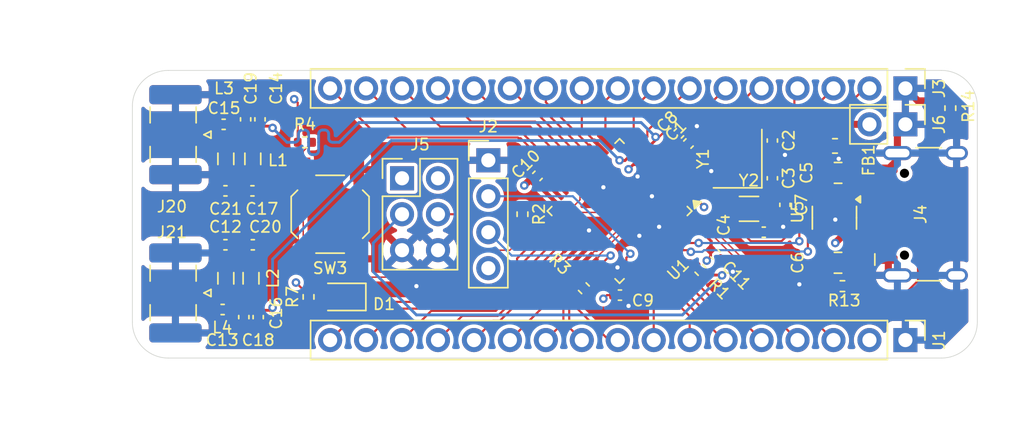
<source format=kicad_pcb>
(kicad_pcb (version 20241229) (generator "pcbnew") (generator_version "9.0")
  (layers (0 "F.Cu" signal) (4 "In1.Cu" signal) (6 "In2.Cu" signal) (2 "B.Cu" signal) (13 "F.Paste" user) (15 "B.Paste" user) (5 "F.SilkS" user "F.Silkscreen") (7 "B.SilkS" user "B.Silkscreen") (1 "F.Mask" user) (3 "B.Mask" user) (25 "Edge.Cuts" user))
  (net 0 "")
  (net 1 "GND")
  (net 2 "Net-(U1-PD1)")
  (net 3 "Net-(U1-PD0)")
  (net 4 "Net-(U1-PC14)")
  (net 5 "+5V")
  (net 6 "+3V3")
  (net 7 "Net-(U1-PC15)")
  (net 8 "/PA1")
  (net 9 "Net-(J21-In)")
  (net 10 "Net-(J20-In)")
  (net 11 "/PA0")
  (net 12 "/PB12")
  (net 13 "Net-(D1-A)")
  (net 14 "/VBUS")
  (net 15 "/PB3")
  (net 16 "/PB15")
  (net 17 "/PA9")
  (net 18 "/PA10")
  (net 19 "/PB7")
  (net 20 "/PB5")
  (net 21 "/PB13")
  (net 22 "/PA8")
  (net 23 "/D-")
  (net 24 "/PB4")
  (net 25 "/PB6")
  (net 26 "/PA15")
  (net 27 "/PB14")
  (net 28 "/D+")
  (net 29 "/PA13")
  (net 30 "/PA14")
  (net 31 "/PA2")
  (net 32 "/PA3")
  (net 33 "/PA4")
  (net 34 "/PA6")
  (net 35 "/PA5")
  (net 36 "/PB1")
  (net 37 "/~{NRST}")
  (net 38 "/PC13")
  (net 39 "/PB11")
  (net 40 "/PA7")
  (net 41 "/PB8")
  (net 42 "/PB10")
  (net 43 "/PB9")
  (net 44 "/PB0")
  (net 46 "Net-(J4-CC1)")
  (net 47 "Net-(J4-CC2)")
  (net 49 "/BOOT1")
  (net 50 "/BOOT0")
  (net 51 "Net-(U1-BOOT0)")
  (net 52 "/PB2")
  (net 54 "Net-(C12-Pad1)")
  (net 55 "Net-(C13-Pad1)")
  (net 56 "Net-(C15-Pad1)")
  (net 57 "Net-(C17-Pad1)")
  (footprint "Resistor_SMD:R_0402_1005Metric" (layer "F.Cu") (at 160.780001 71.12 180)
    (property "Reference" "R4")
    (property "Value" "10k")
  )
  (footprint "Capacitor_SMD:C_0402_1005Metric" (layer "F.Cu") (at 157.099 78.359 180)
    (property "Reference" "C20")
    (property "Value" "22nF")
  )
  (footprint "Capacitor_SMD:C_0402_1005Metric" (layer "F.Cu") (at 194.691 75.537 -90)
    (property "Reference" "C7")
    (property "Value" "18pF")
  )
  (footprint "Capacitor_SMD:C_0402_1005Metric" (layer "F.Cu") (at 193.802 73.66 90)
    (property "Reference" "C3")
    (property "Value" "15pF")
  )
  (footprint "Connector_PinHeader_2.54mm:PinHeader_1x17_P2.54mm_Vertical" (layer "F.Cu") (at 203.199999 67.31 -90)
    (property "Reference" "J3")
    (property "Value" "Conn_01x17_Pin")
  )
  (footprint "Capacitor_SMD:C_0402_1005Metric" (layer "F.Cu") (at 187.198 70.485 45)
    (property "Reference" "C8")
    (property "Value" "100nF")
  )
  (footprint "Capacitor_SMD:C_0402_1005Metric" (layer "F.Cu") (at 177.206589 73.491411 45)
    (property "Reference" "C10")
    (property "Value" "100nF")
  )
  (footprint "Resistor_SMD:R_0402_1005Metric" (layer "F.Cu") (at 206.375 68.705001 90)
    (property "Reference" "R14")
    (property "Value" "5k1")
  )
  (footprint "Connector_Coaxial:SMA_Samtec_SMA-J-P-H-ST-EM1_EdgeMount" (layer "F.Cu") (at 151.384 70.581 180)
    (property "Reference" "J20")
    (property "Value" "I_IN")
  )
  (footprint "Resistor_SMD:R_0402_1005Metric" (layer "F.Cu") (at 176.149 76.198001 -90)
    (property "Reference" "R2")
    (property "Value" "10k")
  )
  (footprint "Connector_PinHeader_2.54mm:PinHeader_1x02_P2.54mm_Vertical" (layer "F.Cu") (at 203.2 69.85 -90)
    (property "Reference" "J6")
    (property "Value" "NC")
  )
  (footprint "Capacitor_SMD:C_0402_1005Metric" (layer "F.Cu") (at 189.779589 79.035589 -45)
    (property "Reference" "C11")
    (property "Value" "100nF")
  )
  (footprint "Inductor_SMD:L_0805_2012Metric" (layer "F.Cu") (at 155.194 80.7255 90)
    (property "Reference" "L4")
    (property "Value" "10uH")
  )
  (footprint "Capacitor_SMD:C_0805_2012Metric" (layer "F.Cu") (at 198.440001 79.629 180)
    (property "Reference" "C6")
    (property "Value" "1uF")
  )
  (footprint "Inductor_SMD:L_0805_2012Metric" (layer "F.Cu") (at 157.099 72.2875 90)
    (property "Reference" "L1")
    (property "Value" "10uH")
  )
  (footprint "Capacitor_SMD:C_0402_1005Metric" (layer "F.Cu") (at 154.968 82.931 180)
    (property "Reference" "C13")
    (property "Value" "100nF")
  )
  (footprint "Crystal:Crystal_SMD_3225-4Pin_3.2x2.5mm" (layer "F.Cu") (at 191.35 72.276 90)
    (property "Reference" "Y1")
    (property "Value" "8MHz")
  )
  (footprint "Resistor_SMD:R_0402_1005Metric" (layer "F.Cu") (at 198.753001 81.28 180)
    (property "Reference" "R13")
    (property "Value" "5k1")
  )
  (footprint "Capacitor_SMD:C_0402_1005Metric" (layer "F.Cu") (at 193.195 77.47)
    (property "Reference" "C4")
    (property "Value" "18pF")
  )
  (footprint "Resistor_SMD:R_0402_1005Metric" (layer "F.Cu") (at 161.036 82.040001 -90)
    (property "Reference" "R7")
    (property "Value" "10k")
  )
  (footprint "Connector_PinHeader_2.54mm:PinHeader_1x17_P2.54mm_Vertical" (layer "F.Cu") (at 203.2 85.09 -90)
    (property "Reference" "J1")
    (property "Value" "Conn_01x17_Pin")
  )
  (footprint "Connector_PinHeader_2.54mm:PinHeader_2x03_P2.54mm_Vertical" (layer "F.Cu") (at 167.64 73.66)
    (property "Reference" "J5")
    (property "Value" "Boot")
  )
  (footprint "Inductor_SMD:L_0805_2012Metric" (layer "F.Cu") (at 155.194 72.2875 -90)
    (property "Reference" "L3")
    (property "Value" "10uH")
  )
  (footprint "Capacitor_SMD:C_0402_1005Metric" (layer "F.Cu") (at 155.166 78.359 180)
    (property "Reference" "C12")
    (property "Value" "22nF")
  )
  (footprint "Package_QFP:LQFP-48_7x7mm_P0.5mm" (layer "F.Cu") (at 183.006998 75.973445 -135)
    (property "Reference" "U1")
    (property "Value" "STM32F103C8Tx" (hide yes))
  )
  (footprint "Connector_USB:USB_C_Receptacle_HCTL_HC-TYPE-C-16P-01A" (layer "F.Cu") (at 205.74 76.2 90)
    (property "Reference" "J4")
    (property "Value" "USB2.0_16P")
  )
  (footprint "Capacitor_SMD:C_0402_1005Metric" (layer "F.Cu") (at 187.874589 71.205411 45)
    (property "Reference" "C1")
    (property "Value" "100nF")
  )
  (footprint "Capacitor_SMD:C_0402_1005Metric" (layer "F.Cu") (at 183.035 81.915)
    (property "Reference" "C9")
    (property "Value" "100nF")
  )
  (footprint "Capacitor_SMD:C_0402_1005Metric" (layer "F.Cu") (at 156.464 83.467 -90)
    (property "Reference" "C18")
    (property "Value" "22nF")
  )
  (footprint "Inductor_SMD:L_0603_1608Metric" (layer "F.Cu") (at 198.226501 71.374 180)
    (property "Reference" "FB1")
    (property "Value" "FerriteBead_Small" (hide yes))
  )
  (footprint "LED_SMD:LED_0805_2012Metric" (layer "F.Cu") (at 163.400499 82.042 180)
    (property "Reference" "D1")
    (property "Value" "GREEN")
  )
  (footprint "Button_Switch_SMD:SW_SPST_TL3342" (layer "F.Cu") (at 162.56 76.2 90)
    (property "Reference" "SW3")
    (property "Value" "BTN")
  )
  (footprint "Capacitor_SMD:C_0402_1005Metric" (layer "F.Cu") (at 156.591 69.497 90)
    (property "Reference" "C19")
    (property "Value" "22nF")
  )
  (footprint "Capacitor_SMD:C_0402_1005Metric" (layer "F.Cu") (at 157.48 83.467 -90)
    (property "Reference" "C16")
    (property "Value" "22nF")
  )
  (footprint "Capacitor_SMD:C_0402_1005Metric" (layer "F.Cu") (at 157.607 69.497 90)
    (property "Reference" "C14")
    (property "Value" "22nF")
  )
  (footprint "Capacitor_SMD:C_0402_1005Metric" (layer "F.Cu") (at 157.071 74.549)
    (property "Reference" "C17")
    (property "Value" "22nF")
  )
  (footprint "Capacitor_SMD:C_0402_1005Metric" (layer "F.Cu") (at 155.166 74.549)
    (property "Reference" "C21")
    (property "Value" "22nF")
  )
  (footprint "Connector_PinHeader_2.54mm:PinHeader_1x04_P2.54mm_Vertical" (layer "F.Cu") (at 173.736 72.39)
    (property "Reference" "J2")
    (property "Value" "NC")
  )
  (footprint "Capacitor_SMD:C_0402_1005Metric" (layer "F.Cu") (at 155.039 69.85 180)
    (property "Reference" "C15")
    (property "Value" "100nF")
  )
  (footprint "Inductor_SMD:L_0805_2012Metric" (layer "F.Cu") (at 156.972 80.7255 -90)
    (property "Reference" "L2")
    (property "Value" "10uH")
  )
  (footprint "Resistor_SMD:R_0402_1005Metric" (layer "F.Cu") (at 180.487376 81.427376 -45)
    (property "Reference" "R3")
    (property "Value" "1k5")
  )
  (footprint "Package_TO_SOT_SMD:SOT-23-5" (layer "F.Cu") (at 198.186001 76.4485 -90)
    (property "Reference" "U5")
    (property "Value" "MIC5504-3.3YM5" (hide yes))
  )
  (footprint "Resistor_SMD:R_0402_1005Metric" (layer "F.Cu") (at 188.722 80.137 135)
    (property "Reference" "R1")
    (property "Value" "10k")
  )
  (footprint "Connector_Coaxial:SMA_Samtec_SMA-J-P-H-ST-EM1_EdgeMount" (layer "F.Cu") (at 151.384 81.760998 180)
    (property "Reference" "J21")
    (property "Value" "Q_IN")
  )
  (footprint "Crystal:Crystal_SMD_3215-2Pin_3.2x1.5mm" (layer "F.Cu") (at 192.151 75.819)
    (property "Reference" "Y2")
    (property "Value" "32768Hz" (hide yes))
  )
  (footprint "Capacitor_SMD:C_0402_1005Metric" (layer "F.Cu") (at 193.802 70.993 -90)
    (property "Reference" "C2")
    (property "Value" "15pF")
  )
  (footprint "Capacitor_SMD:C_0805_2012Metric" (layer "F.Cu") (at 198.445002 73.279)
    (property "Reference" "C5")
    (property "Value" "1uF")
  )
  (gr_line (start 208.28 68.58) (end 208.28 83.82) (stroke (width 0.05)) (layer "Edge.Cuts"))
  (gr_arc (start 208.28 83.82) (mid 207.536051 85.616051) (end 205.74 86.36) (stroke (width 0.05)) (layer "Edge.Cuts"))
  (gr_arc (start 148.59 68.58) (mid 149.333949 66.783949) (end 151.13 66.04) (stroke (width 0.05)) (layer "Edge.Cuts"))
  (gr_line (start 148.59 83.82) (end 148.59 68.58) (stroke (width 0.05)) (layer "Edge.Cuts"))
  (gr_arc (start 151.13 86.36) (mid 149.333949 85.616051) (end 148.59 83.82) (stroke (width 0.05)) (layer "Edge.Cuts"))
  (gr_line (start 151.13 66.04) (end 205.74 66.04) (stroke (width 0.05)) (layer "Edge.Cuts"))
  (gr_arc (start 205.74 66.04) (mid 207.536051 66.783949) (end 208.28 68.58) (stroke (width 0.05)) (layer "Edge.Cuts"))
  (gr_line (start 205.74 86.36) (end 151.13 86.36) (stroke (width 0.05)) (layer "Edge.Cuts"))
  (segment (start 202.635 71.88) (end 202.635 72.36) (width 0.5) (layer "F.Cu") (net 1))
  (segment (start 186.109621 76.780379) (end 185.801 77.089) (width 0.2) (layer "F.Cu") (net 1))
  (segment (start 187.54132 77.325787) (end 186.995912 76.780379) (width 0.2) (layer "F.Cu") (net 1))
  (segment (start 193.802 71.473) (end 194.155 71.473) (width 0.2) (layer "F.Cu") (net 1))
  (segment (start 206.375 68.195002) (end 204.085001 68.195002) (width 0.5) (layer "F.Cu") (net 1))
  (segment (start 184.386783 73.533) (end 184.277 73.533) (width 0.2) (layer "F.Cu") (net 1))
  (segment (start 193.505 71.176) (end 193.802 71.473) (width 0.2) (layer "F.Cu") (net 1))
  (segment (start 188.299411 70.145589) (end 188.468 69.977) (width 0.2) (layer "F.Cu") (net 1))
  (segment (start 199.395002 73.190593) (end 198.489539 72.28513) (width 0.5) (layer "F.Cu") (net 1))
  (segment (start 177.546 73.694427) (end 177.546 73.152) (width 0.15) (layer "F.Cu") (net 1))
  (segment (start 182.175063 79.98736) (end 181.654656 80.507767) (width 0.15) (layer "F.Cu") (net 1))
  (segment (start 182.835 79.957942) (end 182.860379 79.957942) (width 0.2) (layer "F.Cu") (net 1))
  (segment (start 198.186001 75.311) (end 198.186001 76.520001) (width 0.5) (layer "F.Cu") (net 1))
  (segment (start 182.88 80.391) (end 182.88 80.137) (width 0.15) (layer "F.Cu") (net 1))
  (segment (start 182.73036 79.98736) (end 182.175063 79.98736) (width 0.15) (layer "F.Cu") (net 1))
  (segment (start 202.635 70.415) (end 203.2 69.85) (width 0.5) (layer "F.Cu") (net 1))
  (segment (start 182.73036 79.98736) (end 182.805582 79.98736) (width 0.2) (layer "F.Cu") (net 1))
  (segment (start 194.691 76.017) (end 194.691 76.962) (width 0.15) (layer "F.Cu") (net 1))
  (segment (start 185.42 72.499783) (end 184.386783 73.533) (width 0.2) (layer "F.Cu") (net 1))
  (segment (start 198.186001 76.520001) (end 198.247 76.581) (width 0.5) (layer "F.Cu") (net 1))
  (segment (start 178.472676 74.621103) (end 177.546 73.694427) (width 0.15) (layer "F.Cu") (net 1))
  (segment (start 183.515 81.915) (end 183.515 82.55) (width 0.15) (layer "F.Cu") (net 1))
  (segment (start 183.515 81.915) (end 183.515 81.026) (width 0.15) (layer "F.Cu") (net 1))
  (segment (start 187.537411 70.145589) (end 188.299411 70.145589) (width 0.2) (layer "F.Cu") (net 1))
  (segment (start 182.88 80.137) (end 182.73036 79.98736) (width 0.15) (layer "F.Cu") (net 1))
  (segment (start 194.183 77.47) (end 194.564 77.089) (width 0.15) (layer "F.Cu") (net 1))
  (segment (start 194.691 76.962) (end 194.564 77.089) (width 0.15) (layer "F.Cu") (net 1))
  (segment (start 193.675 77.47) (end 194.183 77.47) (width 0.15) (layer "F.Cu") (net 1))
  (segment (start 189.708 73.376) (end 189.484 73.152) (width 0.15) (layer "F.Cu") (net 1))
  (segment (start 183.515 82.55) (end 183.642 82.677) (width 0.15) (layer "F.Cu") (net 1))
  (segment (start 190.119 79.375) (end 191.008 80.264) (width 0.15) (layer "F.Cu") (net 1))
  (segment (start 202.635 71.88) (end 202.635 70.415) (width 0.5) (layer "F.Cu") (net 1))
  (segment (start 194.155 71.473) (end 194.691 72.009) (width 0.2) (layer "F.Cu") (net 1))
  (segment (start 199.395002 73.279) (end 199.395002 73.190593) (width 0.5) (layer "F.Cu") (net 1))
  (segment (start 186.995912 76.780379) (end 186.109621 76.780379) (width 0.2) (layer "F.Cu") (net 1))
  (segment (start 190.5 73.376) (end 189.708 73.376) (width 0.15) (layer "F.Cu") (net 1))
  (segment (start 182.805582 79.98736) (end 182.835 79.957942) (width 0.2) (layer "F.Cu") (net 1))
  (segment (start 204.085001 68.195002) (end 203.199999 67.31) (width 0.5) (layer "F.Cu") (net 1))
  (segment (start 183.515 81.026) (end 182.88 80.391) (width 0.15) (layer "F.Cu") (net 1))
  (segment (start 192.2 71.176) (end 193.505 71.176) (width 0.2) (layer "F.Cu") (net 1))
  (segment (start 202.635 72.36) (end 201.995 73) (width 0.5) (layer "F.Cu") (net 1))
  (via (at 168.656 81.28) (size 0.6) (drill 0.3) (layers "F.Cu" "B.Cu") (net 1))
  (via (at 194.564 77.089) (size 0.6) (drill 0.3) (layers "F.Cu" "B.Cu") (net 1))
  (via (at 181.864 74.295) (size 0.6) (drill 0.3) (layers "F.Cu" "B.Cu") (net 1))
  (via (at 195.707 81.153) (size 0.6) (drill 0.3) (layers "F.Cu" "B.Cu") (net 1))
  (via (at 188.468 69.977) (size 0.6) (drill 0.3) (layers "F.Cu" "B.Cu") (net 1))
  (via (at 198.247 76.581) (size 0.6) (drill 0.3) (layers "F.Cu" "B.Cu") (net 1))
  (via (at 191.008 80.264) (size 0.6) (drill 0.3) (layers "F.Cu" "B.Cu") (net 1))
  (via (at 183.642 82.677) (size 0.6) (drill 0.3) (layers "F.Cu" "B.Cu") (net 1))
  (via (at 189.484 73.152) (size 0.6) (drill 0.3) (layers "F.Cu" "B.Cu") (net 1))
  (via (at 194.691 72.009) (size 0.6) (drill 0.3) (layers "F.Cu" "B.Cu") (net 1))
  (via (at 184.404 77.724) (size 0.6) (drill 0.3) (layers "F.Cu" "B.Cu") (net 1))
  (via (at 182.860379 79.957942) (size 0.6) (drill 0.3) (layers "F.Cu" "B.Cu") (net 1))
  (via (at 185.293 74.93) (size 0.6) (drill 0.3) (layers "F.Cu" "B.Cu") (net 1))
  (via (at 180.848 77.343) (size 0.6) (drill 0.3) (layers "F.Cu" "B.Cu") (net 1))
  (via (at 184.277 73.533) (size 0.6) (drill 0.3) (layers "F.Cu" "B.Cu") (net 1))
  (via (at 198.489539 72.28513) (size 0.6) (drill 0.3) (layers "F.Cu" "B.Cu") (net 1))
  (via (at 185.801 77.089) (size 0.6) (drill 0.3) (layers "F.Cu" "B.Cu") (net 1))
  (segment (start 193.802 70.513) (end 193.675 70.64) (width 0.15) (layer "F.Cu") (net 2))
  (segment (start 193.675 70.64) (end 193.584 70.64) (width 0.15) (layer "F.Cu") (net 2))
  (segment (start 187.04305 72.290947) (end 186.127107 73.20689) (width 0.2) (layer "F.Cu") (net 2))
  (segment (start 190.5 71.176) (end 189.936 71.176) (width 0.2) (layer "F.Cu") (net 2))
  (segment (start 193.584 70.64) (end 192.667 69.723) (width 0.15) (layer "F.Cu") (net 2))
  (segment (start 188.821053 72.290947) (end 187.04305 72.290947) (width 0.2) (layer "F.Cu") (net 2))
  (segment (start 190.5 70.358) (end 190.5 71.176) (width 0.15) (layer "F.Cu") (net 2))
  (segment (start 192.667 69.723) (end 191.135 69.723) (width 0.15) (layer "F.Cu") (net 2))
  (segment (start 191.135 69.723) (end 190.5 70.358) (width 0.15) (layer "F.Cu") (net 2))
  (segment (start 189.936 71.176) (end 188.821053 72.290947) (width 0.2) (layer "F.Cu") (net 2))
  (segment (start 187.350156 72.690947) (end 186.48066 73.560443) (width 0.2) (layer "F.Cu") (net 3))
  (segment (start 193.795 74.14) (end 193.315 73.66) (width 0.15) (layer "F.Cu") (net 3))
  (segment (start 192.2 73.376) (end 191.199 72.375) (width 0.2) (layer "F.Cu") (net 3))
  (segment (start 189.025814 72.690947) (end 187.350156 72.690947) (width 0.2) (layer "F.Cu") (net 3))
  (segment (start 191.199 72.375) (end 189.341761 72.375) (width 0.2) (layer "F.Cu") (net 3))
  (segment (start 193.802 74.14) (end 193.795 74.14) (width 0.15) (layer "F.Cu") (net 3))
  (segment (start 189.341761 72.375) (end 189.025814 72.690947) (width 0.2) (layer "F.Cu") (net 3))
  (segment (start 192.484 73.66) (end 192.2 73.376) (width 0.15) (layer "F.Cu") (net 3))
  (segment (start 193.315 73.66) (end 192.484 73.66) (width 0.15) (layer "F.Cu") (net 3))
  (segment (start 188.346143 73.533) (end 187.922317 73.533) (width 0.1) (layer "F.Cu") (net 4))
  (segment (start 190.632143 75.819) (end 188.346143 73.533) (width 0.1) (layer "F.Cu") (net 4))
  (segment (start 192.552001 77.47) (end 190.901001 75.819) (width 0.15) (layer "F.Cu") (net 4))
  (segment (start 190.901001 75.819) (end 190.632143 75.819) (width 0.1) (layer "F.Cu") (net 4))
  (segment (start 192.715 77.47) (end 192.552001 77.47) (width 0.15) (layer "F.Cu") (net 4))
  (segment (start 187.922317 73.533) (end 187.187767 74.26755) (width 0.1) (layer "F.Cu") (net 4))
  (segment (start 199.136 75.311) (end 199.136 74.919998) (width 0.15) (layer "F.Cu") (net 5))
  (segment (start 200.66 69.85) (end 198.963 69.85) (width 0.5) (layer "F.Cu") (net 5))
  (segment (start 198.963 69.85) (end 197.439 71.374) (width 0.5) (layer "F.Cu") (net 5))
  (segment (start 197.495002 73.279) (end 197.67171 73.279) (width 0.5) (layer "F.Cu") (net 5))
  (segment (start 197.439 71.374) (end 197.439 73.222998) (width 0.5) (layer "F.Cu") (net 5))
  (segment (start 199.136 74.74329) (end 199.136 75.311) (width 0.5) (layer "F.Cu") (net 5))
  (segment (start 197.236002 73.538) (end 197.236002 75.311) (width 0.15) (layer "F.Cu") (net 5))
  (segment (start 197.495002 73.279) (end 197.236002 73.538) (width 0.15) (layer "F.Cu") (net 5))
  (segment (start 197.439 73.222998) (end 197.495002 73.279) (width 0.5) (layer "F.Cu") (net 5))
  (segment (start 197.67171 73.279) (end 199.136 74.74329) (width 0.5) (layer "F.Cu") (net 5))
  (segment (start 160.270002 68.322002) (end 160.02 68.072) (width 0.15) (layer "F.Cu") (net 6))
  (segment (start 189.484 78.105) (end 189.484 78.359) (width 0.2) (layer "F.Cu") (net 6))
  (segment (start 176.613178 73.830822) (end 176.276 74.168) (width 0.5) (layer "F.Cu") (net 6))
  (segment (start 187.894874 76.972233) (end 188.351233 76.972233) (width 0.2) (layer "F.Cu") (net 6))
  (segment (start 189.440178 79.204957) (end 189.168012 79.477123) (width 0.2) (layer "F.Cu") (net 6))
  (segment (start 160.270002 71.12) (end 160.270002 68.322002) (width 0.15) (layer "F.Cu") (net 6))
  (segment (start 186.858589 70.824411) (end 186.388266 70.824411) (width 0.2) (layer "F.Cu") (net 6))
  (segment (start 186.388266 70.824411) (end 185.066447 72.14623) (width 0.2) (layer "F.Cu") (net 6))
  (segment (start 178.011013 74.974657) (end 176.867178 73.830822) (width 0.15) (layer "F.Cu") (net 6))
  (segment (start 199.39 77.84) (end 199.136 77.586) (width 0.5) (layer "F.Cu") (net 6))
  (segment (start 182.118 81.915) (end 181.864 82.169) (width 0.15) (layer "F.Cu") (net 6))
  (segment (start 188.351233 76.972233) (end 189.484 78.105) (width 0.2) (layer "F.Cu") (net 6))
  (segment (start 184.52104 72.691637) (end 183.975363 72.691637) (width 0.2) (layer "F.Cu") (net 6))
  (segment (start 180.848 81.788) (end 181.081531 81.788) (width 0.15) (layer "F.Cu") (net 6))
  (segment (start 160.651002 81.530002) (end 160.147 81.026) (width 0.15) (layer "F.Cu") (net 6))
  (segment (start 176.867178 73.830822) (end 176.613178 73.830822) (width 0.5) (layer "F.Cu") (net 6))
  (segment (start 188.258657 74.974657) (end 188.976 75.692) (width 0.2) (layer "F.Cu") (net 6))
  (segment (start 187.894874 74.974657) (end 188.258657 74.974657) (width 0.2) (layer "F.Cu") (net 6))
  (segment (start 161.036 81.530002) (end 160.651002 81.530002) (width 0.15) (layer "F.Cu") (net 6))
  (segment (start 198.893 77.586) (end 198.247 78.232) (width 0.5) (layer "F.Cu") (net 6))
  (segment (start 181.081531 81.788) (end 182.00821 80.861321) (width 0.15) (layer "F.Cu") (net 6))
  (segment (start 189.440178 78.402822) (end 189.440178 78.696178) (width 0.2) (layer "F.Cu") (net 6))
  (segment (start 178.119122 74.974657) (end 178.011013 74.974657) (width 0.15) (layer "F.Cu") (net 6))
  (segment (start 182.555 81.915) (end 182.555 81.408111) (width 0.15) (layer "F.Cu") (net 6))
  (segment (start 185.066447 72.14623) (end 184.52104 72.691637) (width 0.2) (layer "F.Cu") (net 6))
  (segment (start 189.440178 78.696178) (end 189.440178 79.204957) (width 0.2) (layer "F.Cu") (net 6))
  (segment (start 189.484 78.359) (end 189.440178 78.402822) (width 0.2) (layer "F.Cu") (net 6))
  (segment (start 183.975363 72.691637) (end 183.642 73.025) (width 0.2) (layer "F.Cu") (net 6))
  (segment (start 176.867178 73.830822) (end 176.867178 73.865549) (width 0.5) (layer "F.Cu") (net 6))
  (segment (start 182.555 81.915) (end 182.118 81.915) (width 0.15) (layer "F.Cu") (net 6))
  (segment (start 199.39 79.629) (end 199.39 77.84) (width 0.5) (layer "F.Cu") (net 6))
  (segment (start 199.136 77.586) (end 198.893 77.586) (width 0.5) (layer "F.Cu") (net 6))
  (segment (start 182.555 81.408111) (end 182.00821 80.861321) (width 0.15) (layer "F.Cu") (net 6))
  (via (at 198.247 78.232) (size 0.6) (drill 0.3) (layers "F.Cu" "B.Cu") (net 6))
  (via (at 183.642 73.025) (size 0.6) (drill 0.3) (layers "F.Cu" "B.Cu") (net 6))
  (via (at 181.864 82.169) (size 0.6) (drill 0.3) (layers "F.Cu" "B.Cu") (net 6))
  (via (at 188.976 75.692) (size 0.6) (drill 0.3) (layers "F.Cu" "B.Cu") (net 6))
  (via (at 160.147 81.026) (size 0.6) (drill 0.3) (layers "F.Cu" "B.Cu") (net 6))
  (via (at 189.168012 79.477123) (size 0.6) (drill 0.3) (layers "F.Cu" "B.Cu") (net 6))
  (via (at 160.02 68.072) (size 0.6) (drill 0.3) (layers "F.Cu" "B.Cu") (net 6))
  (via (at 176.276 74.168) (size 0.6) (drill 0.3) (layers "F.Cu" "B.Cu") (net 6))
  (segment (start 194.691 75.057) (end 194.162999 75.057) (width 0.15) (layer "F.Cu") (net 7))
  (segment (start 187.706262 73.041947) (end 186.834213 73.913996) (width 0.1) (layer "F.Cu") (net 7))
  (segment (start 192.024 74.549) (end 189.992 74.549) (width 0.1) (layer "F.Cu") (net 7))
  (segment (start 193.294 75.819) (end 192.024 74.549) (width 0.1) (layer "F.Cu") (net 7))
  (segment (start 188.484947 73.041947) (end 187.706262 73.041947) (width 0.1) (layer "F.Cu") (net 7))
  (segment (start 189.992 74.549) (end 188.484947 73.041947) (width 0.1) (layer "F.Cu") (net 7))
  (segment (start 194.162999 75.057) (end 193.400999 75.819) (width 0.15) (layer "F.Cu") (net 7))
  (segment (start 193.400999 75.819) (end 193.294 75.819) (width 0.1) (layer "F.Cu") (net 7))
  (segment (start 187.959999 67.31) (end 184.97038 70.299619) (width 0.15) (layer "F.Cu") (net 8))
  (segment (start 156.972 82.479) (end 156.464 82.987) (width 0.2) (layer "F.Cu") (net 8))
  (segment (start 156.972 81.788) (end 156.972 82.479) (width 0.2) (layer "F.Cu") (net 8))
  (segment (start 184.35934 71.439123) (end 183.388 72.410463) (width 0.2) (layer "F.Cu") (net 8))
  (segment (start 183.388 72.410463) (end 183.027463 72.410463) (width 0.2) (layer "F.Cu") (net 8))
  (segment (start 184.97038 70.723431) (end 184.35934 71.334471) (width 0.15) (layer "F.Cu") (net 8))
  (segment (start 184.35934 71.334471) (end 184.35934 71.439123) (width 0.15) (layer "F.Cu") (net 8))
  (segment (start 183.027463 72.410463) (end 183.007 72.39) (width 0.2) (layer "F.Cu") (net 8))
  (segment (start 157.48 82.987) (end 158.313 82.987) (width 0.2) (layer "F.Cu") (net 8))
  (segment (start 156.464 82.987) (end 157.48 82.987) (width 0.2) (layer "F.Cu") (net 8))
  (segment (start 158.313 82.987) (end 158.496 82.804) (width 0.2) (layer "F.Cu") (net 8))
  (segment (start 184.97038 70.299619) (end 184.97038 70.723431) (width 0.15) (layer "F.Cu") (net 8))
  (via (at 158.496 82.804) (size 0.6) (drill 0.3) (layers "F.Cu" "B.Cu") (net 8))
  (via (at 183.007 72.39) (size 0.6) (drill 0.3) (layers "F.Cu" "B.Cu") (net 8))
  (segment (start 158.496 79.375) (end 166.878 70.993) (width 0.2) (layer "B.Cu") (net 8))
  (segment (start 158.496 82.804) (end 158.496 79.375) (width 0.2) (layer "B.Cu") (net 8))
  (segment (start 181.61 70.993) (end 183.007 72.39) (width 0.2) (layer "B.Cu") (net 8))
  (segment (start 166.878 70.993) (end 181.61 70.993) (width 0.2) (layer "B.Cu") (net 8))
  (segment (start 151.384 81.760998) (end 153.317998 81.760998) (width 0.2) (layer "F.Cu") (net 9))
  (segment (start 153.317998 81.760998) (end 154.488 82.931) (width 0.2) (layer "F.Cu") (net 9))
  (segment (start 151.384 70.581) (end 153.828 70.581) (width 0.2) (layer "F.Cu") (net 10))
  (segment (start 153.828 70.581) (end 154.559 69.85) (width 0.2) (layer "F.Cu") (net 10))
  (segment (start 187.706 68.834) (end 185.797281 70.742719) (width 0.15) (layer "F.Cu") (net 11))
  (segment (start 157.607 69.977) (end 158.369 69.977) (width 0.2) (layer "F.Cu") (net 11))
  (segment (start 185.639569 70.866) (end 185.639569 70.831569) (width 0.2) (layer "F.Cu") (net 11))
  (segment (start 157.099 71.225) (end 157.099 70.485) (width 0.2) (layer "F.Cu") (net 11))
  (segment (start 156.591 69.977) (end 157.607 69.977) (width 0.2) (layer "F.Cu") (net 11))
  (segment (start 158.369 69.977) (end 158.496 70.104) (width 0.2) (layer "F.Cu") (net 11))
  (segment (start 188.975999 68.834) (end 187.706 68.834) (width 0.15) (layer "F.Cu") (net 11))
  (segment (start 185.797281 70.742719) (end 185.550719 70.742719) (width 0.15) (layer "F.Cu") (net 11))
  (segment (start 185.639569 70.831569) (end 185.550719 70.742719) (width 0.2) (layer "F.Cu") (net 11))
  (segment (start 157.099 70.485) (end 156.591 69.977) (width 0.2) (layer "F.Cu") (net 11))
  (segment (start 184.712893 71.792676) (end 185.639569 70.866) (width 0.2) (layer "F.Cu") (net 11))
  (segment (start 190.499999 67.31) (end 188.975999 68.834) (width 0.15) (layer "F.Cu") (net 11))
  (via (at 185.550719 70.742719) (size 0.6) (drill 0.3) (layers "F.Cu" "B.Cu") (net 11))
  (via (at 158.496 70.104) (size 0.6) (drill 0.3) (layers "F.Cu" "B.Cu") (net 11))
  (segment (start 161.039517 71.12) (end 161.039517 71.706) (width 0.2) (layer "B.Cu") (net 11))
  (segment (start 160.329517 70.836) (end 160.329517 70.534) (width 0.2) (layer "B.Cu") (net 11))
  (segment (start 162.743517 71.12) (end 162.885517 71.12) (width 0.2) (layer "B.Cu") (net 11))
  (segment (start 161.039517 70.534) (end 161.039517 70.836) (width 0.2) (layer "B.Cu") (net 11))
  (segment (start 160.613517 70.25) (end 160.755517 70.25) (width 0.2) (layer "B.Cu") (net 11))
  (segment (start 163.610458 70.704542) (end 164.592 69.723) (width 0.2) (layer "B.Cu") (net 11))
  (segment (start 164.592 69.723) (end 184.531 69.723) (width 0.2) (layer "B.Cu") (net 11))
  (segment (start 161.749517 70.836) (end 161.749517 70.534) (width 0.2) (layer "B.Cu") (net 11))
  (segment (start 161.323517 71.99) (end 161.465517 71.99) (width 0.2) (layer "B.Cu") (net 11))
  (segment (start 162.885517 71.12) (end 163.195 71.12) (width 0.2) (layer "B.Cu") (net 11))
  (segment (start 161.749517 71.12) (end 161.749517 70.836) (width 0.2) (layer "B.Cu") (net 11))
  (segment (start 184.531 69.723) (end 185.550719 70.742719) (width 0.2) (layer "B.Cu") (net 11))
  (segment (start 158.496 70.104) (end 159.512 71.12) (width 0.2) (layer "B.Cu") (net 11))
  (segment (start 162.033517 70.25) (end 162.175517 70.25) (width 0.2) (layer "B.Cu") (net 11))
  (segment (start 162.459517 70.534) (end 162.459517 70.836) (width 0.2) (layer "B.Cu") (net 11))
  (segment (start 163.195 71.12) (end 163.610458 70.704542) (width 0.2) (layer "B.Cu") (net 11))
  (segment (start 159.512 71.12) (end 160.045517 71.12) (width 0.2) (layer "B.Cu") (net 11))
  (segment (start 161.749517 71.706) (end 161.749517 71.12) (width 0.2) (layer "B.Cu") (net 11))
  (segment (start 161.039517 70.836) (end 161.039517 71.12) (width 0.2) (layer "B.Cu") (net 11))
  (arc (start 160.329517 70.534) (mid 160.412699 70.333182) (end 160.613517 70.25) (width 0.2) (layer "B.Cu") (net 11))
  (arc (start 160.755517 70.25) (mid 160.956335 70.333182) (end 161.039517 70.534) (width 0.2) (layer "B.Cu") (net 11))
  (arc (start 162.459517 70.836) (mid 162.542699 71.036818) (end 162.743517 71.12) (width 0.2) (layer "B.Cu") (net 11))
  (arc (start 161.039517 71.706) (mid 161.122699 71.906818) (end 161.323517 71.99) (width 0.2) (layer "B.Cu") (net 11))
  (arc (start 161.749517 70.534) (mid 161.832699 70.333182) (end 162.033517 70.25) (width 0.2) (layer "B.Cu") (net 11))
  (arc (start 160.045517 71.12) (mid 160.246335 71.036818) (end 160.329517 70.836) (width 0.2) (layer "B.Cu") (net 11))
  (arc (start 161.465517 71.99) (mid 161.666335 71.906818) (end 161.749517 71.706) (width 0.2) (layer "B.Cu") (net 11))
  (arc (start 162.175517 70.25) (mid 162.376335 70.333182) (end 162.459517 70.534) (width 0.2) (layer "B.Cu") (net 11))
  (segment (start 165.175499 82.392) (end 169.308974 82.392) (width 0.15) (layer "F.Cu") (net 12))
  (segment (start 162.559999 85.09) (end 164.338 83.311999) (width 0.15) (layer "F.Cu") (net 12))
  (segment (start 169.308974 82.392) (end 169.658974 82.042) (width 0.15) (layer "F.Cu") (net 12))
  (segment (start 169.658974 82.042) (end 173.99 82.042) (width 0.15) (layer "F.Cu") (net 12))
  (segment (start 164.338 82.042) (end 164.825499 82.042) (width 0.15) (layer "F.Cu") (net 12))
  (segment (start 175.768 80.264) (end 175.768 79.323355) (width 0.15) (layer "F.Cu") (net 12))
  (segment (start 164.825499 82.042) (end 165.175499 82.392) (width 0.15) (layer "F.Cu") (net 12))
  (segment (start 164.338 83.311999) (end 164.338 82.042) (width 0.15) (layer "F.Cu") (net 12))
  (segment (start 173.99 82.042) (end 175.768 80.264) (width 0.15) (layer "F.Cu") (net 12))
  (segment (start 175.768 79.323355) (end 178.119122 76.972233) (width 0.15) (layer "F.Cu") (net 12))
  (segment (start 162.462998 82.042) (end 161.954998 82.55) (width 0.15) (layer "F.Cu") (net 13))
  (segment (start 161.954998 82.55) (end 161.036 82.55) (width 0.15) (layer "F.Cu") (net 13))
  (segment (start 200.533 78.359) (end 200.774 78.6) (width 0.5) (layer "F.Cu") (net 14))
  (segment (start 200.774 78.6) (end 201.995 78.6) (width 0.5) (layer "F.Cu") (net 14))
  (segment (start 200.787 73.406) (end 200.787 72.644) (width 0.5) (layer "F.Cu") (net 14))
  (segment (start 199.517 71.374) (end 199.014002 71.374) (width 0.5) (layer "F.Cu") (net 14))
  (segment (start 201.995 73.8) (end 201.181 73.8) (width 0.5) (layer "F.Cu") (net 14))
  (segment (start 201.181 73.8) (end 200.533 74.448) (width 0.5) (layer "F.Cu") (net 14))
  (segment (start 200.533 74.448) (end 200.533 78.359) (width 0.5) (layer "F.Cu") (net 14))
  (segment (start 200.787 72.644) (end 199.517 71.374) (width 0.5) (layer "F.Cu") (net 14))
  (segment (start 201.181 73.8) (end 200.787 73.406) (width 0.5) (layer "F.Cu") (net 14))
  (segment (start 187.96 83.401321) (end 184.712893 80.154214) (width 0.15) (layer "F.Cu") (net 15))
  (segment (start 187.96 85.09) (end 187.96 83.401321) (width 0.15) (layer "F.Cu") (net 15))
  (segment (start 174.406948 83.377) (end 171.893 83.377) (width 0.15) (layer "F.Cu") (net 16))
  (segment (start 179.179783 78.032894) (end 179.142106 78.032894) (width 0.15) (layer "F.Cu") (net 16))
  (segment (start 179.142106 78.032894) (end 176.849 80.326) (width 0.15) (layer "F.Cu") (net 16))
  (segment (start 171.893 83.377) (end 170.18 85.09) (width 0.15) (layer "F.Cu") (net 16))
  (segment (start 176.849 80.326) (end 176.849 80.934948) (width 0.15) (layer "F.Cu") (net 16))
  (segment (start 176.849 80.934948) (end 174.406948 83.377) (width 0.15) (layer "F.Cu") (net 16))
  (segment (start 175.260001 85.09) (end 178.689 81.661001) (width 0.15) (layer "F.Cu") (net 17))
  (segment (start 178.689 79.937889) (end 179.886889 78.74) (width 0.15) (layer "F.Cu") (net 17))
  (segment (start 178.689 81.661001) (end 178.689 79.937889) (width 0.15) (layer "F.Cu") (net 17))
  (segment (start 179.039 80.294997) (end 179.039 83.851) (width 0.15) (layer "F.Cu") (net 18))
  (segment (start 180.240443 79.093554) (end 179.039 80.294997) (width 0.15) (layer "F.Cu") (net 18))
  (segment (start 179.039 83.851) (end 177.8 85.09) (width 0.15) (layer "F.Cu") (net 18))
  (segment (start 190.222107 82.835) (end 193.819975 82.835) (width 0.15) (layer "F.Cu") (net 19))
  (segment (start 194.042974 83.058) (end 196.088001 83.058) (width 0.15) (layer "F.Cu") (net 19))
  (segment (start 186.127107 78.74) (end 190.222107 82.835) (width 0.15) (layer "F.Cu") (net 19))
  (segment (start 193.819975 82.835) (end 194.042974 83.058) (width 0.15) (layer "F.Cu") (net 19))
  (segment (start 196.088001 83.058) (end 198.120001 85.09) (width 0.15) (layer "F.Cu") (net 19))
  (segment (start 191.643 83.693) (end 189.611 83.693) (width 0.15) (layer "F.Cu") (net 20))
  (segment (start 189.611 83.638107) (end 185.42 79.447107) (width 0.15) (layer "F.Cu") (net 20))
  (segment (start 189.611 83.693) (end 189.611 83.638107) (width 0.15) (layer "F.Cu") (net 20))
  (segment (start 193.04 85.09) (end 191.643 83.693) (width 0.15) (layer "F.Cu") (net 20))
  (segment (start 169.518949 82.677) (end 169.326949 82.869) (width 0.15) (layer "F.Cu") (net 21))
  (segment (start 178.472676 77.325787) (end 176.149 79.649463) (width 0.15) (layer "F.Cu") (net 21))
  (segment (start 174.117 82.677) (end 169.518949 82.677) (width 0.15) (layer "F.Cu") (net 21))
  (segment (start 169.326949 82.869) (end 167.321001 82.869) (width 0.15) (layer "F.Cu") (net 21))
  (segment (start 176.149 80.645) (end 174.117 82.677) (width 0.15) (layer "F.Cu") (net 21))
  (segment (start 176.149 79.649463) (end 176.149 80.645) (width 0.15) (layer "F.Cu") (net 21))
  (segment (start 167.321001 82.869) (end 165.100001 85.09) (width 0.15) (layer "F.Cu") (net 21))
  (segment (start 179.533336 78.386447) (end 177.199 80.720783) (width 0.15) (layer "F.Cu") (net 22))
  (segment (start 174.551922 83.727) (end 174.083 83.727) (width 0.15) (layer "F.Cu") (net 22))
  (segment (start 177.199 81.079922) (end 174.551922 83.727) (width 0.15) (layer "F.Cu") (net 22))
  (segment (start 177.199 80.720783) (end 177.199 81.079922) (width 0.15) (layer "F.Cu") (net 22))
  (segment (start 174.083 83.727) (end 172.72 85.09) (width 0.15) (layer "F.Cu") (net 22))
  (segment (start 201.041 76.2) (end 201.291 75.95) (width 0.15) (layer "F.Cu") (net 23))
  (segment (start 201.995 76.95) (end 203.138222 76.95) (width 0.1) (layer "F.Cu") (net 23))
  (segment (start 201.995 76.95) (end 201.345001 76.95) (width 0.15) (layer "F.Cu") (net 23))
  (segment (start 204.853 81.101222) (end 203.529222 82.425) (width 0.1) (layer "F.Cu") (net 23))
  (segment (start 179.451 80.590103) (end 180.593996 79.447107) (width 0.15) (layer "F.Cu") (net 23))
  (segment (start 201.345001 76.95) (end 201.041 76.645999) (width 0.15) (layer "F.Cu") (net 23))
  (segment (start 181.405006 78.812873) (end 181.22823 78.812873) (width 0.1) (layer "F.Cu") (net 23))
  (segment (start 179.451 84.201) (end 179.451 80.590103) (width 0.15) (layer "F.Cu") (net 23))
  (segment (start 201.041 76.645999) (end 201.041 76.2) (width 0.15) (layer "F.Cu") (net 23))
  (segment (start 201.291 75.95) (end 201.995 75.95) (width 0.15) (layer "F.Cu") (net 23))
  (segment (start 181.22823 78.812873) (end 180.593996 79.447107) (width 0.1) (layer "F.Cu") (net 23))
  (segment (start 194.792554 82.425) (end 188.191171 75.823618) (width 0.1) (layer "F.Cu") (net 23))
  (segment (start 184.394261 75.823618) (end 181.405006 78.812873) (width 0.1) (layer "F.Cu") (net 23))
  (segment (start 180.34 85.09) (end 179.451 84.201) (width 0.15) (layer "F.Cu") (net 23))
  (segment (start 204.853 78.664778) (end 204.853 81.101222) (width 0.1) (layer "F.Cu") (net 23))
  (segment (start 203.138222 76.95) (end 204.853 78.664778) (width 0.1) (layer "F.Cu") (net 23))
  (segment (start 203.529222 82.425) (end 194.792554 82.425) (width 0.1) (layer "F.Cu") (net 23))
  (segment (start 188.191171 75.823618) (end 184.394261 75.823618) (width 0.1) (layer "F.Cu") (net 23))
  (segment (start 190.355787 85.09) (end 190.5 85.09) (width 0.15) (layer "F.Cu") (net 24))
  (segment (start 185.066447 79.80066) (end 190.355787 85.09) (width 0.15) (layer "F.Cu") (net 24))
  (segment (start 189.864999 83.185) (end 185.773553 79.093554) (width 0.15) (layer "F.Cu") (net 25))
  (segment (start 193.675 83.185) (end 189.864999 83.185) (width 0.15) (layer "F.Cu") (net 25))
  (segment (start 195.58 85.09) (end 193.675 83.185) (width 0.15) (layer "F.Cu") (net 25))
  (segment (start 185.419999 85.09) (end 185.419999 81.568426) (width 0.15) (layer "F.Cu") (net 26))
  (segment (start 185.419999 81.568426) (end 184.35934 80.507767) (width 0.15) (layer "F.Cu") (net 26))
  (segment (start 176.499 80.789974) (end 174.261974 83.027) (width 0.15) (layer "F.Cu") (net 27))
  (segment (start 176.499 80.006569) (end 176.499 80.789974) (width 0.15) (layer "F.Cu") (net 27))
  (segment (start 178.826229 77.67934) (end 176.499 80.006569) (width 0.15) (layer "F.Cu") (net 27))
  (segment (start 169.703 83.027) (end 167.64 85.09) (width 0.15) (layer "F.Cu") (net 27))
  (segment (start 174.261974 83.027) (end 169.703 83.027) (width 0.15) (layer "F.Cu") (net 27))
  (segment (start 179.832 82.677) (end 179.832 81.361504) (width 0.15) (layer "F.Cu") (net 28))
  (segment (start 205.155 78.539686) (end 205.154999 81.226315) (width 0.1) (layer "F.Cu") (net 28))
  (segment (start 203.065314 76.45) (end 205.155 78.539686) (width 0.1) (layer "F.Cu") (net 28))
  (segment (start 182.245 85.09) (end 179.832 82.677) (width 0.15) (layer "F.Cu") (net 28))
  (segment (start 203.654314 82.727) (end 194.614 82.727) (width 0.1) (layer "F.Cu") (net 28))
  (segment (start 179.832 81.361504) (end 180.126752 81.066752) (width 0.15) (layer "F.Cu") (net 28))
  (segment (start 194.614 82.727) (end 188.010618 76.123618) (width 0.1) (layer "F.Cu") (net 28))
  (segment (start 180.126752 80.621457) (end 180.947549 79.80066) (width 0.15) (layer "F.Cu") (net 28))
  (segment (start 202.946 76.323) (end 202.819 76.45) (width 0.15) (layer "F.Cu") (net 28))
  (segment (start 202.819 76.45) (end 201.995 76.45) (width 0.15) (layer "F.Cu") (net 28))
  (segment (start 181.581783 79.063188) (end 181.581783 79.166426) (width 0.1) (layer "F.Cu") (net 28))
  (segment (start 181.581783 79.166426) (end 180.947549 79.80066) (width 0.1) (layer "F.Cu") (net 28))
  (segment (start 201.995 75.45) (end 202.572758 75.45) (width 0.15) (layer "F.Cu") (net 28))
  (segment (start 180.126752 81.066752) (end 180.126752 80.621457) (width 0.15) (layer "F.Cu") (net 28))
  (segment (start 202.946 75.823242) (end 202.946 76.323) (width 0.15) (layer "F.Cu") (net 28))
  (segment (start 184.521353 76.123618) (end 181.581783 79.063188) (width 0.1) (layer "F.Cu") (net 28))
  (segment (start 182.88 85.09) (end 182.245 85.09) (width 0.15) (layer "F.Cu") (net 28))
  (segment (start 202.572758 75.45) (end 202.946 75.823242) (width 0.15) (layer "F.Cu") (net 28))
  (segment (start 205.154999 81.226315) (end 203.654314 82.727) (width 0.1) (layer "F.Cu") (net 28))
  (segment (start 188.010618 76.123618) (end 184.521353 76.123618) (width 0.1) (layer "F.Cu") (net 28))
  (segment (start 201.995 76.45) (end 203.065314 76.45) (width 0.1) (layer "F.Cu") (net 28))
  (segment (start 182.334317 79.121) (end 182.372 79.121) (width 0.15) (layer "F.Cu") (net 29))
  (segment (start 181.301103 80.154214) (end 182.334317 79.121) (width 0.15) (layer "F.Cu") (net 29))
  (via (at 182.372 79.121) (size 0.6) (drill 0.3) (layers "F.Cu" "B.Cu") (net 29))
  (segment (start 173.736 77.47) (end 175.387 79.121) (width 0.15) (layer "B.Cu") (net 29))
  (segment (start 175.387 79.121) (end 182.372 79.121) (width 0.15) (layer "B.Cu") (net 29))
  (segment (start 183.485379 80.340914) (end 183.485379 79.277621) (width 0.15) (layer "F.Cu") (net 30))
  (segment (start 183.485379 79.277621) (end 183.769 78.994) (width 0.15) (layer "F.Cu") (net 30))
  (segment (start 184.005786 80.861321) (end 183.485379 80.340914) (width 0.15) (layer "F.Cu") (net 30))
  (via (at 183.769 78.994) (size 0.6) (drill 0.3) (layers "F.Cu" "B.Cu") (net 30))
  (segment (start 179.705 74.93) (end 183.769 78.994) (width 0.15) (layer "B.Cu") (net 30))
  (segment (start 173.736 74.93) (end 179.705 74.93) (width 0.15) (layer "B.Cu") (net 30))
  (segment (start 184.005786 71.085569) (end 184.005786 68.724212) (width 0.15) (layer "F.Cu") (net 31))
  (segment (start 184.005786 68.724212) (end 185.419998 67.31) (width 0.15) (layer "F.Cu") (net 31))
  (segment (start 182.00821 68.181789) (end 182.879999 67.31) (width 0.15) (layer "F.Cu") (net 32))
  (segment (start 182.00821 71.085569) (end 182.00821 68.181789) (width 0.15) (layer "F.Cu") (net 32))
  (segment (start 180.339999 70.124466) (end 180.339999 67.31) (width 0.15) (layer "F.Cu") (net 33))
  (segment (start 181.654656 71.439123) (end 180.339999 70.124466) (width 0.15) (layer "F.Cu") (net 33))
  (segment (start 176.815 68.865) (end 175.26 67.31) (width 0.15) (layer "F.Cu") (net 34))
  (segment (start 180.947549 72.14623) (end 177.666319 68.865) (width 0.15) (layer "F.Cu") (net 34))
  (segment (start 177.666319 68.865) (end 176.815 68.865) (width 0.15) (layer "F.Cu") (net 34))
  (segment (start 181.301103 71.792676) (end 177.799999 68.291572) (width 0.15) (layer "F.Cu") (net 35))
  (segment (start 177.799999 68.291572) (end 177.799999 67.31) (width 0.15) (layer "F.Cu") (net 35))
  (segment (start 170.337999 70.008) (end 167.639999 67.31) (width 0.15) (layer "F.Cu") (net 36))
  (segment (start 176.687999 70.008) (end 170.337999 70.008) (width 0.15) (layer "F.Cu") (net 36))
  (segment (start 179.886889 73.20689) (end 176.687999 70.008) (width 0.15) (layer "F.Cu") (net 36))
  (segment (start 160.66 71.75) (end 161.29 71.12) (width 0.1) (layer "F.Cu") (net 37))
  (segment (start 187.082067 71.544822) (end 185.773553 72.853336) (width 0.15) (layer "F.Cu") (net 37))
  (segment (start 182.653445 76.073) (end 185.773553 72.952892) (width 0.1) (layer "F.Cu") (net 37))
  (segment (start 160.66 79.349999) (end 161.955001 80.645) (width 0.1) (layer "F.Cu") (net 37))
  (segment (start 188.363908 71.544822) (end 192.59873 67.31) (width 0.15) (layer "F.Cu") (net 37))
  (segment (start 177.876382 76.123618) (end 179.697646 76.123618) (width 0.1) (layer "F.Cu") (net 37))
  (segment (start 179.748264 76.073) (end 182.653445 76.073) (width 0.1) (layer "F.Cu") (net 37))
  (segment (start 175.26 78.74) (end 177.876382 76.123618) (width 0.1) (layer "F.Cu") (net 37))
  (segment (start 170.561 80.645) (end 172.466 78.74) (width 0.1) (layer "F.Cu") (net 37))
  (segment (start 192.59873 67.31) (end 193.039999 67.31) (width 0.15) (layer "F.Cu") (net 37))
  (segment (start 179.697646 76.123618) (end 179.748264 76.073) (width 0.1) (layer "F.Cu") (net 37))
  (segment (start 187.535178 71.544822) (end 188.363908 71.544822) (width 0.15) (layer "F.Cu") (net 37))
  (segment (start 161.955001 80.645) (end 170.561 80.645) (width 0.1) (layer "F.Cu") (net 37))
  (segment (start 185.773553 72.952892) (end 185.773553 72.853336) (width 0.1) (layer "F.Cu") (net 37))
  (segment (start 160.66 79.349999) (end 160.66 73.050001) (width 0.1) (layer "F.Cu") (net 37))
  (segment (start 187.535178 71.544822) (end 187.082067 71.544822) (width 0.15) (layer "F.Cu") (net 37))
  (segment (start 172.466 78.74) (end 175.26 78.74) (width 0.1) (layer "F.Cu") (net 37))
  (segment (start 160.66 73.050001) (end 160.66 71.75) (width 0.1) (layer "F.Cu") (net 37))
  (segment (start 189.992 76.835) (end 190.373 77.216) (width 0.15) (layer "F.Cu") (net 38))
  (segment (start 192.278 78.105) (end 194.450026 78.105) (width 0.15) (layer "F.Cu") (net 38))
  (segment (start 195.357 77.198026) (end 195.357 67.532999) (width 0.15) (layer "F.Cu") (net 38))
  (segment (start 188.061727 74.100696) (end 188.454219 74.100696) (width 0.15) (layer "F.Cu") (net 38))
  (segment (start 189.992 75.638477) (end 189.992 76.835) (width 0.15) (layer "F.Cu") (net 38))
  (segment (start 190.373 77.216) (end 191.389 77.216) (width 0.15) (layer "F.Cu") (net 38))
  (segment (start 195.357 67.532999) (end 195.579999 67.31) (width 0.15) (layer "F.Cu") (net 38))
  (segment (start 188.454219 74.100696) (end 189.992 75.638477) (width 0.15) (layer "F.Cu") (net 38))
  (segment (start 191.389 77.216) (end 192.278 78.105) (width 0.15) (layer "F.Cu") (net 38))
  (segment (start 187.54132 74.621103) (end 188.061727 74.100696) (width 0.15) (layer "F.Cu") (net 38))
  (segment (start 194.450026 78.105) (end 195.357 77.198026) (width 0.15) (layer "F.Cu") (net 38))
  (segment (start 175.820025 70.778) (end 175.877025 70.835) (width 0.15) (layer "F.Cu") (net 39))
  (segment (start 162.559998 67.31) (end 166.027998 70.778) (width 0.15) (layer "F.Cu") (net 39))
  (segment (start 176.015304 70.835) (end 178.305822 73.125518) (width 0.15) (layer "F.Cu") (net 39))
  (segment (start 178.305822 73.747143) (end 178.826229 74.26755) (width 0.15) (layer "F.Cu") (net 39))
  (segment (start 178.305822 73.125518) (end 178.305822 73.747143) (width 0.15) (layer "F.Cu") (net 39))
  (segment (start 166.027998 70.778) (end 175.820025 70.778) (width 0.15) (layer "F.Cu") (net 39))
  (segment (start 175.877025 70.835) (end 176.015304 70.835) (width 0.15) (layer "F.Cu") (net 39))
  (segment (start 174.624999 69.215) (end 172.719999 67.31) (width 0.15) (layer "F.Cu") (net 40))
  (segment (start 177.309213 69.215) (end 174.624999 69.215) (width 0.15) (layer "F.Cu") (net 40))
  (segment (start 180.593996 72.499783) (end 177.309213 69.215) (width 0.15) (layer "F.Cu") (net 40))
  (segment (start 186.834213 78.032894) (end 187.541319 78.74) (width 0.15) (layer "F.Cu") (net 41))
  (segment (start 196.308043 77.822159) (end 196.308043 78.833043) (width 0.15) (layer "F.Cu") (net 41))
  (segment (start 196.215 77.729116) (end 196.308043 77.822159) (width 0.15) (layer "F.Cu") (net 41))
  (segment (start 200.322256 67.31) (end 196.215 71.417256) (width 0.15) (layer "F.Cu") (net 41))
  (segment (start 196.215 71.417256) (end 196.215 77.729116) (width 0.15) (layer "F.Cu") (net 41))
  (segment (start 200.659999 67.31) (end 200.322256 67.31) (width 0.15) (layer "F.Cu") (net 41))
  (segment (start 187.541319 78.74) (end 187.924842 78.74) (width 0.15) (layer "F.Cu") (net 41))
  (segment (start 187.924842 78.74) (end 188.041842 78.857) (width 0.15) (layer "F.Cu") (net 41))
  (via (at 188.041842 78.857) (size 0.6) (drill 0.3) (layers "F.Cu" "B.Cu") (net 41))
  (via (at 196.308043 78.833043) (size 0.6) (drill 0.3) (layers "F.Cu" "B.Cu") (net 41))
  (segment (start 188.970884 78.74) (end 195.331116 78.74) (width 0.15) (layer "B.Cu") (net 41))
  (segment (start 195.331116 78.74) (end 195.424159 78.833043) (width 0.15) (layer "B.Cu") (net 41))
  (segment (start 188.853884 78.857) (end 188.970884 78.74) (width 0.15) (layer "B.Cu") (net 41))
  (segment (start 195.424159 78.833043) (end 196.308043 78.833043) (width 0.15) (layer "B.Cu") (net 41))
  (segment (start 188.041842 78.857) (end 188.853884 78.857) (width 0.15) (layer "B.Cu") (net 41))
  (segment (start 176.033278 70.358) (end 168.148 70.358) (width 0.15) (layer "F.Cu") (net 42))
  (segment (start 178.659375 72.984097) (end 176.033278 70.358) (width 0.15) (layer "F.Cu") (net 42))
  (segment (start 168.148 70.358) (end 165.1 67.31) (width 0.15) (layer "F.Cu") (net 42))
  (segment (start 178.659375 73.393588) (end 178.659375 72.984097) (width 0.15) (layer "F.Cu") (net 42))
  (segment (start 179.179783 73.913996) (end 178.659375 73.393588) (width 0.15) (layer "F.Cu") (net 42))
  (segment (start 187.187767 77.67934) (end 187.740427 78.232) (width 0.15) (layer "F.Cu") (net 43))
  (segment (start 187.740427 78.232) (end 188.595 78.232) (width 0.15) (layer "F.Cu") (net 43))
  (segment (start 195.707 78.105) (end 195.707 69.723) (width 0.15) (layer "F.Cu") (net 43))
  (segment (start 195.707 69.723) (end 198.12 67.31) (width 0.15) (layer "F.Cu") (net 43))
  (via (at 188.595 78.232) (size 0.6) (drill 0.3) (layers "F.Cu" "B.Cu") (net 43))
  (via (at 195.707 78.105) (size 0.6) (drill 0.3) (layers "F.Cu" "B.Cu") (net 43))
  (segment (start 195.58 78.232) (end 195.707 78.105) (width 0.15) (layer "B.Cu") (net 43))
  (segment (start 188.595 78.232) (end 195.58 78.232) (width 0.15) (layer "B.Cu") (net 43))
  (segment (start 180.240443 72.853336) (end 177.045107 69.658) (width 0.15) (layer "F.Cu") (net 44))
  (segment (start 177.045107 69.658) (end 172.527999 69.658) (width 0.15) (layer "F.Cu") (net 44))
  (segment (start 172.527999 69.658) (end 170.179999 67.31) (width 0.15) (layer "F.Cu") (net 44))
  (segment (start 204.089 78.894) (end 204.089 80.899) (width 0.15) (layer "F.Cu") (net 46))
  (segment (start 203.327 81.661) (end 199.644 81.661) (width 0.15) (layer "F.Cu") (net 46))
  (segment (start 201.995001 77.45) (end 202.645 77.45) (width 0.15) (layer "F.Cu") (net 46))
  (segment (start 202.645 77.45) (end 204.089 78.894) (width 0.15) (layer "F.Cu") (net 46))
  (segment (start 199.644 81.661) (end 199.263 81.28) (width 0.15) (layer "F.Cu") (net 46))
  (segment (start 204.089 80.899) (end 203.327 81.661) (width 0.15) (layer "F.Cu") (net 46))
  (segment (start 204.978 73.152) (end 204.978 70.612) (width 0.15) (layer "F.Cu") (net 47))
  (segment (start 204.978 70.612) (end 206.375 69.215) (width 0.15) (layer "F.Cu") (net 47))
  (segment (start 201.995 74.45) (end 203.68 74.45) (width 0.15) (layer "F.Cu") (net 47))
  (segment (start 203.68 74.45) (end 204.978 73.152) (width 0.15) (layer "F.Cu") (net 47))
  (segment (start 175.637002 76.2) (end 170.18 76.2) (width 0.15) (layer "F.Cu") (net 49))
  (segment (start 176.149 75.688002) (end 175.637002 76.2) (width 0.15) (layer "F.Cu") (net 49))
  (segment (start 189.082624 80.497624) (end 190.225624 80.497624) (width 0.2) (layer "F.Cu") (net 50))
  (segment (start 190.225624 80.497624) (end 190.246 80.518) (width 0.2) (layer "F.Cu") (net 50))
  (via (at 190.246 80.518) (size 0.6) (drill 0.3) (layers "F.Cu" "B.Cu") (net 50))
  (segment (start 165.608 78.232) (end 167.64 76.2) (width 0.2) (layer "B.Cu") (net 50))
  (segment (start 190.246 80.518) (end 187.452 83.312) (width 0.2) (layer "B.Cu") (net 50))
  (segment (start 187.452 83.312) (end 168.656 83.312) (width 0.2) (layer "B.Cu") (net 50))
  (segment (start 168.656 83.312) (end 165.608 80.264) (width 0.2) (layer "B.Cu") (net 50))
  (segment (start 165.608 80.264) (end 165.608 78.232) (width 0.2) (layer "B.Cu") (net 50))
  (segment (start 188.361376 79.776376) (end 188.042341 79.457341) (width 0.15) (layer "F.Cu") (net 51))
  (segment (start 188.042341 79.457341) (end 187.551554 79.457341) (width 0.15) (layer "F.Cu") (net 51))
  (segment (start 187.551554 79.457341) (end 186.48066 78.386447) (width 0.15) (layer "F.Cu") (net 51))
  (segment (start 180.213 75.184) (end 179.573729 75.823271) (width 0.1) (layer "F.Cu") (net 52))
  (segment (start 179.533336 73.560443) (end 180.213 74.240107) (width 0.1) (layer "F.Cu") (net 52))
  (segment (start 177.033729 75.823271) (end 176.149 76.708) (width 0.1) (layer "F.Cu") (net 52))
  (segment (start 180.213 74.240107) (end 180.213 75.184) (width 0.1) (layer "F.Cu") (net 52))
  (segment (start 179.573729 75.823271) (end 177.033729 75.823271) (width 0.1) (layer "F.Cu") (net 52))
  (segment (start 156.972 78.966) (end 157.579 78.359) (width 0.2) (layer "F.Cu") (net 54))
  (segment (start 155.194 79.663) (end 155.194 78.811) (width 0.2) (layer "F.Cu") (net 54))
  (segment (start 156.972 79.663) (end 156.972 78.966) (width 0.2) (layer "F.Cu") (net 54))
  (segment (start 155.194 79.663) (end 156.972 79.663) (width 0.2) (layer "F.Cu") (net 54))
  (segment (start 155.194 78.811) (end 155.646 78.359) (width 0.2) (layer "F.Cu") (net 54))
  (segment (start 155.448 82.042) (end 155.194 81.788) (width 0.2) (layer "F.Cu") (net 55))
  (segment (start 155.448 82.931) (end 155.448 82.042) (width 0.2) (layer "F.Cu") (net 55))
  (segment (start 155.519 69.85) (end 155.519 70.9) (width 0.2) (layer "F.Cu") (net 56))
  (segment (start 155.519 70.9) (end 155.194 71.225) (width 0.2) (layer "F.Cu") (net 56))
  (segment (start 155.194 73.35) (end 157.099 73.35) (width 0.2) (layer "F.Cu") (net 57))
  (segment (start 154.686 74.549) (end 154.686 73.858) (width 0.2) (layer "F.Cu") (net 57))
  (segment (start 156.591 73.858) (end 157.099 73.35) (width 0.2) (layer "F.Cu") (net 57))
  (segment (start 154.686 73.858) (end 155.194 73.35) (width 0.2) (layer "F.Cu") (net 57))
  (segment (start 156.591 74.549) (end 156.591 73.858) (width 0.2) (layer "F.Cu") (net 57))
  (zone (net 1) (net_name "GND") (layers "F.Cu" "B.Cu" "In1.Cu") (connect_pads (clearance 0.254)) (min_thickness 0.254) (fill yes (thermal_gap 0.5) (thermal_bridge_width 0.5))
    (polygon (pts (xy 205.74 66.675) (xy 207.645 68.58) (xy 207.645 83.82) (xy 205.74 85.725) (xy 151.13 85.725) (xy 149.225 83.82) (xy 149.225 68.58) (xy 151.13 66.675)))
  )
)
</source>
